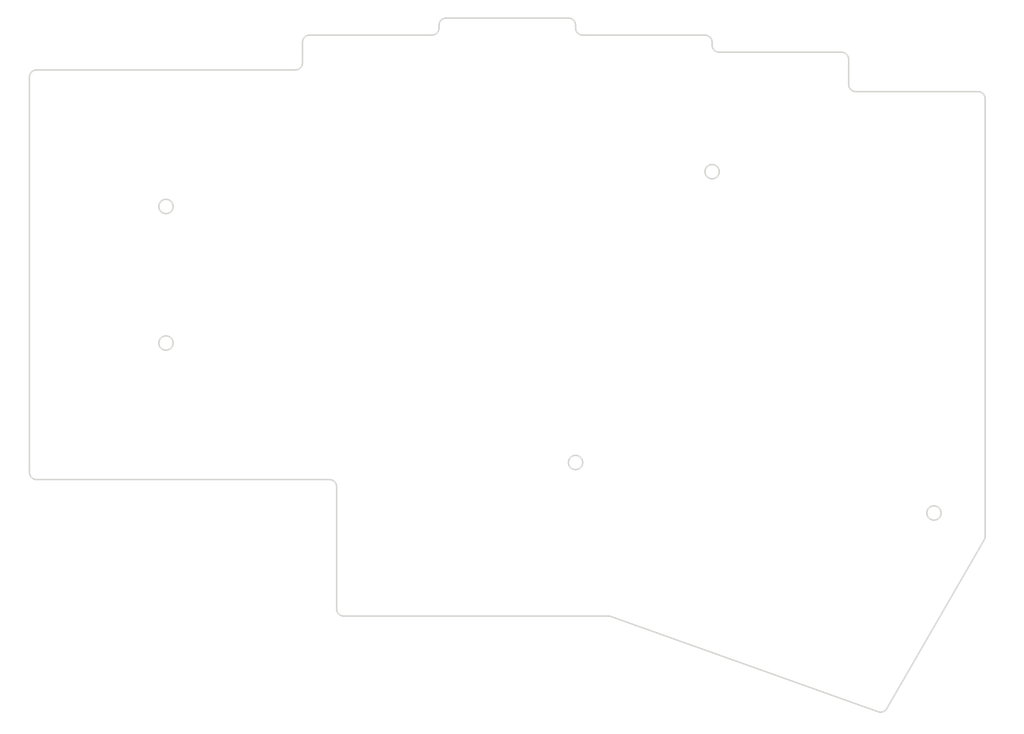
<source format=kicad_pcb>
(kicad_pcb (version 20171130) (host pcbnew "(5.0.2)-1")

  (general
    (thickness 1.6)
    (drawings 41)
    (tracks 0)
    (zones 0)
    (modules 0)
    (nets 2)
  )

  (page A4)
  (layers
    (0 F.Cu signal)
    (31 B.Cu signal)
    (32 B.Adhes user)
    (33 F.Adhes user)
    (34 B.Paste user)
    (35 F.Paste user)
    (36 B.SilkS user)
    (37 F.SilkS user)
    (38 B.Mask user)
    (39 F.Mask user)
    (40 Dwgs.User user)
    (41 Cmts.User user)
    (42 Eco1.User user)
    (43 Eco2.User user)
    (44 Edge.Cuts user)
    (45 Margin user)
    (46 B.CrtYd user)
    (47 F.CrtYd user)
    (48 B.Fab user)
    (49 F.Fab user)
  )

  (setup
    (last_trace_width 0.25)
    (trace_clearance 0.2)
    (zone_clearance 0.3)
    (zone_45_only no)
    (trace_min 0.2)
    (segment_width 0.2)
    (edge_width 0.15)
    (via_size 0.8)
    (via_drill 0.4)
    (via_min_size 0.4)
    (via_min_drill 0.3)
    (uvia_size 0.3)
    (uvia_drill 0.1)
    (uvias_allowed no)
    (uvia_min_size 0.2)
    (uvia_min_drill 0.1)
    (pcb_text_width 0.3)
    (pcb_text_size 1.5 1.5)
    (mod_edge_width 0.15)
    (mod_text_size 1 1)
    (mod_text_width 0.15)
    (pad_size 1.524 1.524)
    (pad_drill 0.762)
    (pad_to_mask_clearance 0.051)
    (solder_mask_min_width 0.25)
    (aux_axis_origin 0 0)
    (visible_elements 7FFFFFFF)
    (pcbplotparams
      (layerselection 0x010f0_ffffffff)
      (usegerberextensions true)
      (usegerberattributes false)
      (usegerberadvancedattributes false)
      (creategerberjobfile false)
      (excludeedgelayer true)
      (linewidth 0.100000)
      (plotframeref false)
      (viasonmask false)
      (mode 1)
      (useauxorigin false)
      (hpglpennumber 1)
      (hpglpenspeed 20)
      (hpglpendiameter 15.000000)
      (psnegative false)
      (psa4output false)
      (plotreference true)
      (plotvalue true)
      (plotinvisibletext false)
      (padsonsilk false)
      (subtractmaskfromsilk false)
      (outputformat 1)
      (mirror false)
      (drillshape 0)
      (scaleselection 1)
      (outputdirectory "bottom gerbers"))
  )

  (net 0 "")
  (net 1 GND)

  (net_class Default "This is the default net class."
    (clearance 0.2)
    (trace_width 0.25)
    (via_dia 0.8)
    (via_drill 0.4)
    (uvia_dia 0.3)
    (uvia_drill 0.1)
  )

  (gr_arc (start 124.55005 55.777089) (end 125.416062 56.277112) (angle -30.00154009) (layer Edge.Cuts) (width 0.2))
  (gr_arc (start 110.95798 79.317783) (end 110.622311 80.259763) (angle -79.61168907) (layer Edge.Cuts) (width 0.2))
  (gr_arc (start 105.50005 -10.7667) (end 106.50005 -10.7667) (angle -90) (layer Edge.Cuts) (width 0.2))
  (gr_arc (start 107.50005 -7.2667) (end 106.50005 -7.2667) (angle -90) (layer Edge.Cuts) (width 0.2))
  (gr_arc (start 72.989151 67.911) (end 73.32482 66.96902) (angle -19.61322916) (layer Edge.Cuts) (width 0.2))
  (gr_arc (start 86.450137 -13.148) (end 87.450137 -13.147937) (angle -90.00360911) (layer Edge.Cuts) (width 0.2))
  (gr_arc (start 34.062 48.861) (end 35.062 48.861) (angle -90) (layer Edge.Cuts) (width 0.2))
  (gr_arc (start 124.55005 -5.2667) (end 125.55005 -5.2667) (angle -90) (layer Edge.Cuts) (width 0.2))
  (gr_arc (start 88.450113 -12.7667) (end 87.450113 -12.766763) (angle -90.00360911) (layer Edge.Cuts) (width 0.2))
  (gr_arc (start -6.79975 46.861) (end -7.79975 46.861) (angle -90) (layer Edge.Cuts) (width 0.2))
  (gr_arc (start 36.062 65.911) (end 35.062 65.911) (angle -90) (layer Edge.Cuts) (width 0.2))
  (gr_arc (start 50.3502 -15.5285) (end 50.3502 -16.5285) (angle -90) (layer Edge.Cuts) (width 0.2))
  (gr_arc (start 48.3502 -15.148) (end 48.3502 -14.148) (angle -90) (layer Edge.Cuts) (width 0.2))
  (gr_line (start 105.50005 -11.7667) (end 88.450113 -11.7667) (layer Edge.Cuts) (width 0.2))
  (gr_arc (start 29.3002 -10.289) (end 29.3002 -9.289) (angle -90) (layer Edge.Cuts) (width 0.2))
  (gr_line (start -6.79975 47.861) (end 34.062 47.861) (layer Edge.Cuts) (width 0.2))
  (gr_line (start 68.4002 -15.148) (end 68.4002 -15.5285) (layer Edge.Cuts) (width 0.2))
  (gr_line (start 67.4002 -16.5285) (end 50.3502 -16.5285) (layer Edge.Cuts) (width 0.2))
  (gr_arc (start 31.3002 -13.148) (end 31.3002 -14.148) (angle -90) (layer Edge.Cuts) (width 0.2))
  (gr_arc (start -6.79975 -8.289) (end -6.79975 -9.289) (angle -90) (layer Edge.Cuts) (width 0.2))
  (gr_line (start 36.062 66.911) (end 72.989151 66.911) (layer Edge.Cuts) (width 0.2))
  (gr_line (start 111.823992 79.817807) (end 125.416062 56.277112) (layer Edge.Cuts) (width 0.2))
  (gr_line (start 124.55005 -6.2667) (end 107.50005 -6.2667) (layer Edge.Cuts) (width 0.2))
  (gr_line (start 106.50005 -7.2667) (end 106.50005 -10.7667) (layer Edge.Cuts) (width 0.2))
  (gr_line (start 87.450113 -12.766763) (end 87.450137 -13.147937) (layer Edge.Cuts) (width 0.2))
  (gr_line (start 48.3502 -14.148) (end 31.3002 -14.148) (layer Edge.Cuts) (width 0.2))
  (gr_line (start 30.3002 -13.148) (end 30.3002 -10.289) (layer Edge.Cuts) (width 0.2))
  (gr_line (start 86.450137 -14.148) (end 69.4002 -14.148) (layer Edge.Cuts) (width 0.2))
  (gr_arc (start 67.4002 -15.5285) (end 68.4002 -15.5285) (angle -90) (layer Edge.Cuts) (width 0.2))
  (gr_line (start 49.3502 -15.5285) (end 49.3502 -15.148) (layer Edge.Cuts) (width 0.2))
  (gr_line (start 35.062 48.861) (end 35.062 65.911) (layer Edge.Cuts) (width 0.2))
  (gr_line (start 73.32482 66.96902) (end 110.622311 80.259763) (layer Edge.Cuts) (width 0.2))
  (gr_line (start 125.55005 55.777089) (end 125.55005 -5.2667) (layer Edge.Cuts) (width 0.2))
  (gr_arc (start 69.4002 -15.148) (end 68.4002 -15.148) (angle -90) (layer Edge.Cuts) (width 0.2))
  (gr_line (start 29.3002 -9.289) (end -6.79975 -9.289) (layer Edge.Cuts) (width 0.2))
  (gr_line (start -7.79975 -8.289) (end -7.79975 46.861) (layer Edge.Cuts) (width 0.2))
  (gr_circle (center 87.4502 4.902) (end 88.4502 4.902) (layer Edge.Cuts) (width 0.2))
  (gr_circle (center 118.40605 52.5273) (end 119.40605 52.5273) (layer Edge.Cuts) (width 0.2))
  (gr_circle (center 11.25025 9.761) (end 12.25025 9.761) (layer Edge.Cuts) (width 0.2))
  (gr_circle (center 11.25025 28.811) (end 12.25025 28.811) (layer Edge.Cuts) (width 0.2))
  (gr_circle (center 68.4 45.48) (end 69.4 45.48) (layer Edge.Cuts) (width 0.2))

  (zone (net 1) (net_name GND) (layer B.Cu) (tstamp 5D7FEE82) (hatch edge 0.508)
    (connect_pads (clearance 0.3))
    (min_thickness 0.15)
    (fill yes (arc_segments 16) (thermal_gap 0.3) (thermal_bridge_width 0.508))
    (polygon
      (pts
        (xy -11.90625 -19.05) (xy -11.90625 83.34375) (xy 130.96875 83.34375) (xy 130.96875 -19.05)
      )
    )
  )
  (zone (net 1) (net_name GND) (layer F.Cu) (tstamp 5D7FEE7F) (hatch edge 0.508)
    (connect_pads (clearance 0.3))
    (min_thickness 0.15)
    (fill yes (arc_segments 16) (thermal_gap 0.3) (thermal_bridge_width 0.508))
    (polygon
      (pts
        (xy -11.90625 -19.05) (xy -11.90625 83.34375) (xy 130.96875 83.34375) (xy 130.96875 -19.05)
      )
    )
  )
)

</source>
